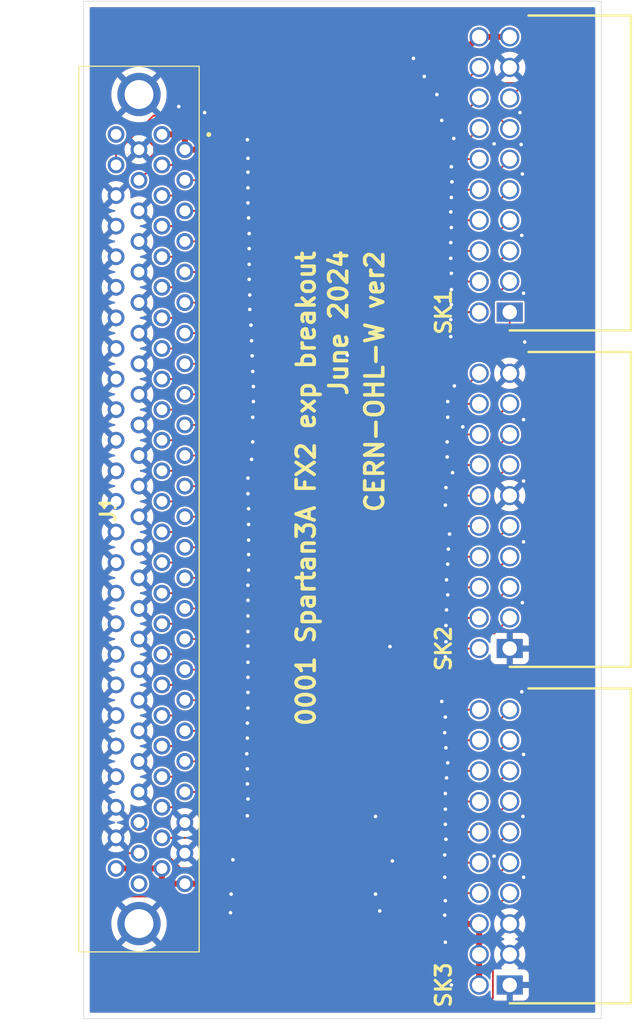
<source format=kicad_pcb>
(kicad_pcb (version 20240108) (generator "pcbnew") (generator_version "8.0")
  (layers (0 "F.Cu" signal) (31 "B.Cu" signal) (37 "F.SilkS" user "F.Silkscreen") (38 "B.Mask" user) (39 "F.Mask" user) (44 "Edge.Cuts" user))
  (net 0 "")
  (net 1 "/VCCO_012")
  (net 2 "/FX2-IO35")
  (net 3 "/FX2-IO20")
  (net 4 "/SWT5V0")
  (net 5 "/SHIELD1")
  (net 6 "/GND")
  (net 7 "/FX2-IO24")
  (net 8 "/FX2-IO18")
  (net 9 "/FX2-IO32")
  (net 10 "/FX2-IO19")
  (net 11 "/FX2-IO14")
  (net 12 "/FX2-IO37")
  (net 13 "/TMS")
  (net 14 "/FX2-IO8")
  (net 15 "/FX2-IO33")
  (net 16 "/FX2-IO17")
  (net 17 "/FX2-IO9")
  (net 18 "/FX2-IO36")
  (net 19 "/FX2-IO22")
  (net 20 "/FX2-IO39")
  (net 21 "/FX2-IO13")
  (net 22 "/FX2-IO23")
  (net 23 "/FX2-IO2")
  (net 24 "/FX2-IO3")
  (net 25 "/FX2-IO15")
  (net 26 "/SHIELD2")
  (net 27 "/TDO-FX2")
  (net 28 "/FX2-CLKIO")
  (net 29 "/FX2-IO5")
  (net 30 "/FX2-IO11")
  (net 31 "/FX2-IO25")
  (net 32 "/FX2-IO6")
  (net 33 "/FX2-IO29")
  (net 34 "/FX2-IO21")
  (net 35 "/FX2-IO4")
  (net 36 "/FX2-IO1")
  (net 37 "/FX2-IO31")
  (net 38 "/JTSEL")
  (net 39 "/FX2-IO28")
  (net 40 "/FX2-IO30")
  (net 41 "/FX2-IO26")
  (net 42 "/FX2-CLKIN")
  (net 43 "/FX2-IO12")
  (net 44 "/FX2-IO40")
  (net 45 "/TCK")
  (net 46 "/FX2-IO16")
  (net 47 "/TDO-PROM")
  (net 48 "/FX2-IO7")
  (net 49 "/FX2-IO34")
  (net 50 "/FX2-CLKOUT")
  (net 51 "/FX2-IO38")
  (net 52 "/FX2-IO10")
  (net 53 "/FX2-IO27")
  (footprint "hdrs-skts:WURTH-613020243121" (layer "F.Cu") (at 152.4 139.7 -90)
    (property "Reference" "SK3")
    (property "Value" "613020243121" (hide yes))
  )
  (footprint "hdrs-skts:WURTH-613020243121" (layer "F.Cu") (at 152.4 111.76 -90)
    (property "Reference" "SK2")
    (property "Value" "613020243121" (hide yes))
  )
  (footprint "hirose:FX2100S127DS71" (layer "F.Cu") (at 123.5 69.06 90)
    (property "Reference" "J1")
    (property "Value" "FX2-100S-1.27DS_71_" (hide yes))
  )
  (footprint "hdrs-skts:WURTH-613020243121" (layer "F.Cu") (at 152.4 83.82 -90)
    (property "Reference" "SK1")
    (property "Value" "613020243121" (hide yes))
  )
  (gr_line (start 127.5 142.5) (end 117 142.5) (stroke (width 0.05)) (layer "Edge.Cuts"))
  (gr_line (start 160 140) (end 160 142.5) (stroke (width 0.05)) (layer "Edge.Cuts"))
  (gr_line (start 117 142.5) (end 117 58) (stroke (width 0.05)) (layer "Edge.Cuts"))
  (gr_line (start 139 142.5) (end 127.5 142.5) (stroke (width 0.05)) (layer "Edge.Cuts"))
  (gr_line (start 117 58) (end 160 58) (stroke (width 0.05)) (layer "Edge.Cuts"))
  (gr_line (start 160 58) (end 160 77.5) (stroke (width 0.05)) (layer "Edge.Cuts"))
  (gr_line (start 160 142.5) (end 139 142.5) (stroke (width 0.05)) (layer "Edge.Cuts"))
  (gr_line (start 160 77.5) (end 160 140) (stroke (width 0.05)) (layer "Edge.Cuts"))
  (gr_text "CERN-OHL-W ver2" (at 142.05 100.6 90) (layer "F.SilkS") (effects (font (size 1.5 1.5) (thickness 0.3) (bold yes)) (justify left bottom)))
  (gr_text "June 2024" (at 139.05 90.9 90) (layer "F.SilkS") (effects (font (size 1.5 1.5) (thickness 0.3) (bold yes)) (justify left bottom)))
  (gr_text "0001 Spartan3A FX2 exp breakout" (at 136.35 118.35 90) (layer "F.SilkS") (effects (font (size 1.5 1.5) (thickness 0.3) (bold yes)) (justify left bottom)))
  (segment (start 149.79 60.96) (end 152.4 60.96) (width 0.5) (layer "F.Cu") (net 1))
  (segment (start 125.405 70.33) (end 135.12 70.33) (width 0.5) (layer "F.Cu") (net 1))
  (segment (start 142.8 67.95) (end 149.79 60.96) (width 0.5) (layer "F.Cu") (net 1))
  (segment (start 125.405 69.06) (end 125.405 70.33) (width 0.5) (layer "F.Cu") (net 1))
  (segment (start 137.5 67.95) (end 142.8 67.95) (width 0.5) (layer "F.Cu") (net 1))
  (segment (start 123.5 69.06) (end 125.405 69.06) (width 0.5) (layer "F.Cu") (net 1))
  (segment (start 135.12 70.33) (end 137.5 67.95) (width 0.5) (layer "F.Cu") (net 1))
  (segment (start 141.99 118.59) (end 146.6 123.2) (width 0.15) (layer "F.Cu") (net 2))
  (segment (start 151.12 123.2) (end 152.4 121.92) (width 0.15) (layer "F.Cu") (net 2))
  (segment (start 146.6 123.2) (end 151.12 123.2) (width 0.15) (layer "F.Cu") (net 2))
  (segment (start 125.405 118.59) (end 141.99 118.59) (width 0.15) (layer "F.Cu") (net 2))
  (segment (start 131.94 99.06) (end 149.86 99.06) (width 0.15) (layer "F.Cu") (net 3))
  (segment (start 131.46 99.54) (end 131.94 99.06) (width 0.15) (layer "F.Cu") (net 3))
  (segment (start 123.5 99.54) (end 131.46 99.54) (width 0.15) (layer "F.Cu") (net 3))
  (segment (start 149.86 137.16) (end 149.86 139.7) (width 0.5) (layer "F.Cu") (net 4))
  (segment (start 123.5 130.02) (end 123.5 131.29) (width 0.5) (layer "F.Cu") (net 4))
  (segment (start 125.405 131.29) (end 141.64 131.29) (width 0.5) (layer "F.Cu") (net 4))
  (segment (start 141.64 131.29) (end 144.97 134.62) (width 0.5) (layer "F.Cu") (net 4))
  (segment (start 123.5 131.29) (end 125.405 131.29) (width 0.5) (layer "F.Cu") (net 4))
  (segment (start 144.97 134.62) (end 149.86 134.62) (width 0.5) (layer "F.Cu") (net 4))
  (segment (start 149.86 134.62) (end 149.86 137.16) (width 0.5) (layer "F.Cu") (net 4))
  (segment (start 119.69 130.02) (end 123.5 130.02) (width 0.5) (layer "F.Cu") (net 4))
  (via (at 142.65 129.4) (size 0.6) (drill 0.3) (layers "F.Cu" "B.Cu") (net 6))
  (via (at 131.1 90) (size 0.6) (drill 0.3) (layers "F.Cu" "B.Cu") (net 6))
  (via (at 130.95 86.2) (size 0.6) (drill 0.3) (layers "F.Cu" "B.Cu") (net 6))
  (via (at 130.75 77.3) (size 0.6) (drill 0.3) (layers "F.Cu" "B.Cu") (net 6))
  (via (at 130.65 116.7) (size 0.6) (drill 0.3) (layers "F.Cu" "B.Cu") (net 6))
  (via (at 131.1 91.25) (size 0.6) (drill 0.3) (layers "F.Cu" "B.Cu") (net 6))
  (via (at 153.55 130.75) (size 0.6) (drill 0.3) (layers "F.Cu" "B.Cu") (net 6))
  (via (at 130.65 98.9) (size 0.6) (drill 0.3) (layers "F.Cu" "B.Cu") (net 6))
  (via (at 130.65 74.75) (size 0.6) (drill 0.3) (layers "F.Cu" "B.Cu") (net 6))
  (via (at 147.25 107.3) (size 0.6) (drill 0.3) (layers "F.Cu" "B.Cu") (net 6))
  (via (at 147.65 97.15) (size 0.6) (drill 0.3) (layers "F.Cu" "B.Cu") (net 6))
  (via (at 130.6 121.75) (size 0.6) (drill 0.3) (layers "F.Cu" "B.Cu") (net 6))
  (via (at 130.9 84.9) (size 0.6) (drill 0.3) (layers "F.Cu" "B.Cu") (net 6))
  (via (at 153.35 69.9) (size 0.6) (drill 0.3) (layers "F.Cu" "B.Cu") (net 6))
  (via (at 153.25 67.25) (size 0.6) (drill 0.3) (layers "F.Cu" "B.Cu") (net 6))
  (via (at 147.05 132.7) (size 0.6) (drill 0.3) (layers "F.Cu" "B.Cu") (net 6))
  (via (at 147.05 126.35) (size 0.6) (drill 0.3) (layers "F.Cu" "B.Cu") (net 6))
  (via (at 131.05 94.6) (size 0.6) (drill 0.3) (layers "F.Cu" "B.Cu") (net 6))
  (via (at 153.5 125.7) (size 0.6) (drill 0.3) (layers "F.Cu" "B.Cu") (net 6))
  (via (at 153.4 77.45) (size 0.6) (drill 0.3) (layers "F.Cu" "B.Cu") (net 6))
  (via (at 129.25 132.15) (size 0.6) (drill 0.3) (layers "F.Cu" "B.Cu") (net 6))
  (via (at 153.55 120.55) (size 0.6) (drill 0.3) (layers "F.Cu" "B.Cu") (net 6))
  (via (at 147.55 71.75) (size 0.6) (drill 0.3) (layers "F.Cu" "B.Cu") (net 6))
  (via (at 153.45 72.35) (size 0.6) (drill 0.3) (layers "F.Cu" "B.Cu") (net 6))
  (via (at 130.95 96.05) (size 0.6) (drill 0.3) (layers "F.Cu" "B.Cu") (net 6))
  (via (at 147.5 78.05) (size 0.6) (drill 0.3) (layers "F.Cu" "B.Cu") (net 6))
  (via (at 130.65 72.2) (size 0.6) (drill 0.3) (layers "F.Cu" "B.Cu") (net 6))
  (via (at 130.75 81.1) (size 0.6) (drill 0.3) (layers "F.Cu" "B.Cu") (net 6))
  (via (at 147.4 102.25) (size 0.6) (drill 0.3) (layers "F.Cu" "B.Cu") (net 6))
  (via (at 129.4 129.3) (size 0.6) (drill 0.3) (layers "F.Cu" "B.Cu") (net 6))
  (via (at 147.1 111.2) (size 0.6) (drill 0.3) (layers "F.Cu" "B.Cu") (net 6))
  (via (at 147.15 122.5) (size 0.6) (drill 0.3) (layers "F.Cu" "B.Cu") (net 6))
  (via (at 130.7 102.75) (size 0.6) (drill 0.3) (layers "F.Cu" "B.Cu") (net 6))
  (via (at 147.1 120) (size 0.6) (drill 0.3) (layers "F.Cu" "B.Cu") (net 6))
  (via (at 147.55 83.2) (size 0.6) (drill 0.3) (layers "F.Cu" "B.Cu") (net 6))
  (via (at 130.65 107.75) (size 0.6) (drill 0.3) (layers "F.Cu" "B.Cu") (net 6))
  (via (at 124.9 66.75) (size 0.6) (drill 0.3) (layers "F.Cu" "B.Cu") (net 6))
  (via (at 153.4 115.35) (size 0.6) (drill 0.3) (layers "F.Cu" "B.Cu") (net 6))
  (via (at 130.6 119.2) (size 0.6) (drill 0.3) (layers "F.Cu" "B.Cu") (net 6))
  (via (at 130.7 103.95) (size 0.6) (drill 0.3) (layers "F.Cu" "B.Cu") (net 6))
  (via (at 151.1 129) (size 0.6) (drill 0.3) (layers "F.Cu" "B.Cu") (net 6))
  (via (at 147.15 106.05) (size 0.6) (drill 0.3) (layers "F.Cu" "B.Cu") (net 6))
  (via (at 147.5 75.5) (size 0.6) (drill 0.3) (layers "F.Cu" "B.Cu") (net 6))
  (via (at 130.65 111.55) (size 0.6) (drill 0.3) (layers "F.Cu" "B.Cu") (net 6))
  (via (at 138.9 87.4) (size 0.6) (drill 0.3) (layers "F.Cu" "B.Cu") (net 6))
  (via (at 147.55 74.3) (size 0.6) (drill 0.3) (layers "F.Cu" "B.Cu") (net 6))
  (via (at 147.75 69.4) (size 0.6) (drill 0.3) (layers "F.Cu" "B.Cu") (net 6))
  (via (at 147.15 108.55) (size 0.6) (drill 0.3) (layers "F.Cu" "B.Cu") (net 6))
  (via (at 130.65 115.4) (size 0.6) (drill 0.3) (layers "F.Cu" "B.Cu") (net 6))
  (via (at 130.8 83.6) (size 0.6) (drill 0.3) (layers "F.Cu" "B.Cu") (net 6))
  (via (at 130.65 112.9) (size 0.6) (drill 0.3) (layers "F.Cu" "B.Cu") (net 6))
  (via (at 129.2 133.7) (size 0.6) (drill 0.3) (layers "F.Cu" "B.Cu") (net 6))
  (via (at 130.6 69.5) (size 0.6) (drill 0.3) (layers "F.Cu" "B.Cu") (net 6))
  (via (at 146.75 116.15) (size 0.6) (drill 0.3) (layers "F.Cu" "B.Cu") (net 6))
  (via (at 147.5 79.35) (size 0.6) (drill 0.3) (layers "F.Cu" "B.Cu") (net 6))
  (via (at 130.75 79.85) (size 0.6) (drill 0.3) (layers "F.Cu" "B.Cu") (net 6))
  (via (at 153.55 102.9) (size 0.6) (drill 0.3) (layers "F.Cu" "B.Cu") (net 6))
  (via (at 153.55 97.85) (size 0.6) (drill 0.3) (layers "F.Cu" "B.Cu") (net 6))
  (via (at 147.25 121.25) (size 0.6) (drill 0.3) (layers "F.Cu" "B.Cu") (net 6))
  (via (at 147.55 139.7) (size 0.6) (drill 0.3) (layers "F.Cu" "B.Cu") (net 6))
  (via (at 148.5 93.35) (size 0.6) (drill 0.3) (layers "F.Cu" "B.Cu") (net 6))
  (via (at 153.55 92.75) (size 0.6) (drill 0.3) (layers "F.Cu" "B.Cu") (net 6))
  (via (at 147.3 103.5) (size 0.6) (drill 0.3) (layers "F.Cu" "B.Cu") (net 6))
  (via (at 130.6 117.95) (size 0.6) (drill 0.3) (layers "F.Cu" "B.Cu") (net 6))
  (via (at 130.65 109.05) (size 0.6) (drill 0.3) (layers "F.Cu" "B.Cu") (net 6))
  (via (at 147.2 95.85) (size 0.6) (drill 0.3) (layers "F.Cu" "B.Cu") (net 6))
  (via (at 127.05 67.25) (size 0.6) (drill 0.3) (layers "F.Cu" "B.Cu") (net 6))
  (via (at 145.3 64.25) (size 0.6) (drill 0.3) (layers "F.Cu" "B.Cu") (net 6))
  (via (at 130.7 100.15) (size 0.6) (drill 0.3) (layers "F.Cu" "B.Cu") (net 6))
  (via (at 151.1 69.85) (size 0.6) (drill 0.3) (layers "F.Cu" "B.Cu") (net 6))
  (via (at 130.65 71.05) (size 0.6) (drill 0.3) (layers "F.Cu" "B.Cu") (net 6))
  (via (at 147.05 123.8) (size 0.6) (drill 0.3) (layers "F.Cu" "B.Cu") (net 6))
  (via (at 147.25 91.25) (size 0.6) (drill 0.3) (layers "F.Cu" "B.Cu") (net 6))
  (via (at 147.1 127.6) (size 0.6) (drill 0.3) (layers "F.Cu" "B.Cu") (net 6))
  (via (at 130.65 124.25) (size 0.6) (drill 0.3) (layers "F.Cu" "B.Cu") (net 6))
  (via (at 147.05 125.1) (size 0.6) (drill 0.3) (layers "F.Cu" "B.Cu") (net 6))
  (via (at 147 130.75) (size 0.6) (drill 0.3) (layers "F.Cu" "B.Cu") (net 6))
  (via (at 146.35 65.75) (size 0.6) (drill 0.3) (layers "F.Cu" "B.Cu") (net 6))
  (via (at 131.05 88.75) (size 0.6) (drill 0.3) (layers "F.Cu" "B.Cu") (net 6))
  (via (at 147.05 136.15) (size 0.6) (drill 0.3) (layers "F.Cu" "B.Cu") (net 6))
  (via (at 141.25 132.15) (size 0.6) (drill 0.3) (layers "F.Cu" "B.Cu") (net 6))
  (via (at 130.8 82.4) (size 0.6) (drill 0.3) (layers "F.Cu" "B.Cu") (net 6))
  (via (at 130.65 106.5) (size 0.6) (drill 0.3) (layers "F.Cu" "B.Cu") (net 6))
  (via (at 130.7 76) (size 0.6) (drill 0.3) (layers "F.Cu" "B.Cu") (net 6))
  (via (at 146.75 67.9) (size 0.6) (drill 0.3) (layers "F.Cu" "B.Cu") (net 6))
  (via (at 144.4 62.75) (size 0.6) (drill 0.3) (layers "F.Cu" "B.Cu") (net 6))
  (via (at 147.25 104.75) (size 0.6) (drill 0.3) (layers "F.Cu" "B.Cu") (net 6))
  (via (at 147.1 109.85) (size 0.6) (drill 0.3) (layers "F.Cu" "B.Cu") (net 6))
  (via (at 131.05 92.55) (size 0.6) (drill 0.3) (layers "F.Cu" "B.Cu") (net 6))
  (via (at 147.1 98.4) (size 0.6) (drill 0.3) (layers "F.Cu" "B.Cu") (net 6))
  (via (at 130.65 114.15) (size 0.6) (drill 0.3) (layers "F.Cu" "B.Cu") (net 6))
  (via (at 147 118.75) (size 0.6) (drill 0.3) (layers "F.Cu" "B.Cu") (net 6))
  (via (at 142.45 111.6) (size 0.6) (drill 0.3) (layers "F.Cu" "B.Cu") (net 6))
  (via (at 147.5 85.85) (size 0.6) (drill 0.3) (layers "F.Cu" "B.Cu") (net 6))
  (via (at 147.05 99.85) (size 0.6) (drill 0.3) (layers "F.Cu" "B.Cu") (net 6))
  (via (at 141.25 125.7) (size 0.6) (drill 0.3) (layers "F.Cu" "B.Cu") (net 6))
  (via (at 147.55 80.6) (size 0.6) (drill 0.3) (layers "F.Cu" "B.Cu") (net 6))
  (via (at 153.55 82.25) (size 0.6) (drill 0.3) (layers "F.Cu" "B.Cu") (net 6))
  (via (at 147 133.9) (size 0.6) (drill 0.3) (layers "F.Cu" "B.Cu") (net 6))
  (via (at 153.45 107.95) (size 0.6) (drill 0.3) (layers "F.Cu" "B.Cu") (net 6))
  (via (at 147.55 81.95) (size 0.6) (drill 0.3) (layers "F.Cu" "B.Cu") (net 6))
  (via (at 147.05 112.45) (size 0.6) (drill 0.3) (layers "F.Cu" "B.Cu") (net 6))
  (via (at 147.5 84.45) (size 0.6) (drill 0.3) (layers "F.Cu" "B.Cu") (net 6))
  (via (at 147.2 94.6) (size 0.6) (drill 0.3) (layers "F.Cu" "B.Cu") (net 6))
  (via (at 130.65 110.35) (size 0.6) (drill 0.3) (layers "F.Cu" "B.Cu") (net 6))
  (via (at 130.75 78.55) (size 0.6) (drill 0.3) (layers "F.Cu" "B.Cu") (net 6))
  (via (at 147.55 76.8) (size 0.6) (drill 0.3) (layers "F.Cu" "B.Cu") (net 6))
  (via (at 130.6 123) (size 0.6) (drill 0.3) (layers "F.Cu" "B.Cu") (net 6))
  (via (at 130.6 125.65) (size 0.6) (drill 0.3) (layers "F.Cu" "B.Cu") (net 6))
  (via (at 141.6 133.55) (size 0.6) (drill 0.3) (layers "F.Cu" "B.Cu") (net 6))
  (via (at 147.8 89.95) (size 0.6) (drill 0.3) (layers "F.Cu" "B.Cu") (net 6))
  (via (at 147.05 117.45) (size 0.6) (drill 0.3) (layers "F.Cu" "B.Cu") (net 6))
  (via (at 147.6 73) (size 0.6) (drill 0.3) (layers "F.Cu" "B.Cu") (net 6))
  (via (at 131 87.45) (size 0.6) (drill 0.3) (layers "F.Cu" "B.Cu") (net 6))
  (via (at 130.7 105.25) (size 0.6) (drill 0.3) (layers "F.Cu" "B.Cu") (net 6))
  (via (at 153.65 86.3) (size 0.6) (drill 0.3) (layers "F.Cu" "B.Cu") (net 6))
  (via (at 130.65 73.5) (size 0.6) (drill 0.3) (layers "F.Cu" "B.Cu") (net 6))
  (via (at 130.65 97.6) (size 0.6) (drill 0.3) (layers "F.Cu" "B.Cu") (net 6))
  (via (at 130.7 101.45) (size 0.6) (drill 0.3) (layers "F.Cu" "B.Cu") (net 6))
  (via (at 130.55 120.5) (size 0.6) (drill 0.3) (layers "F.Cu" "B.Cu") (net 6))
  (via (at 147.25 92.55) (size 0.6) (drill 0.3) (layers "F.Cu" "B.Cu") (net 6))
  (via (at 147 128.9) (size 0.6) (drill 0.3) (layers "F.Cu" "B.Cu") (net 6))
  (segment (start 123.5 104.62) (end 145.92 104.62) (width 0.15) (layer "F.Cu") (net 7))
  (segment (start 146.75 105.45) (end 151.09 105.45) (width 0.15) (layer "F.Cu") (net 7))
  (segment (start 151.09 105.45) (end 152.4 104.14) (width 0.15) (layer "F.Cu") (net 7))
  (segment (start 145.92 104.62) (end 146.75 105.45) (width 0.15) (layer "F.Cu") (net 7))
  (segment (start 147.23 96.52) (end 149.86 96.52) (width 0.15) (layer "F.Cu") (net 8))
  (segment (start 123.5 97) (end 146.75 97) (width 0.15) (layer "F.Cu") (net 8))
  (segment (start 146.75 97) (end 147.23 96.52) (width 0.15) (layer "F.Cu") (net 8))
  (segment (start 123.5 114.78) (end 141.83 114.78) (width 0.15) (layer "F.Cu") (net 9))
  (segment (start 146.43 119.38) (end 149.86 119.38) (width 0.15) (layer "F.Cu") (net 9))
  (segment (start 141.83 114.78) (end 146.43 119.38) (width 0.15) (layer "F.Cu") (net 9))
  (segment (start 131.75 97.8) (end 151.12 97.8) (width 0.15) (layer "F.Cu") (net 10))
  (segment (start 125.405 98.27) (end 131.28 98.27) (width 0.15) (layer "F.Cu") (net 10))
  (segment (start 151.12 97.8) (end 152.4 96.52) (width 0.15) (layer "F.Cu") (net 10))
  (segment (start 131.28 98.27) (end 131.75 97.8) (width 0.15) (layer "F.Cu") (net 10))
  (segment (start 149.86 91.44) (end 148.16 91.44) (width 0.15) (layer "F.Cu") (net 11))
  (segment (start 147.68 91.92) (end 123.5 91.92) (width 0.15) (layer "F.Cu") (net 11))
  (segment (start 148.16 91.44) (end 147.68 91.92) (width 0.15) (layer "F.Cu") (net 11))
  (segment (start 151.11 125.75) (end 152.4 124.46) (width 0.15) (layer "F.Cu") (net 12))
  (segment (start 141.93 121.13) (end 146.55 125.75) (width 0.15) (layer "F.Cu") (net 12))
  (segment (start 146.55 125.75) (end 151.11 125.75) (width 0.15) (layer "F.Cu") (net 12))
  (segment (start 125.405 121.13) (end 141.93 121.13) (width 0.15) (layer "F.Cu") (net 12))
  (segment (start 138.4 68.9) (end 144.46 68.9) (width 0.15) (layer "F.Cu") (net 13))
  (segment (start 144.46 68.9) (end 149.86 63.5) (width 0.15) (layer "F.Cu") (net 13))
  (segment (start 123.5 71.65) (end 123.8 71.95) (width 0.15) (layer "F.Cu") (net 13))
  (segment (start 123.5 71.6) (end 135.7 71.6) (width 0.15) (layer "F.Cu") (net 13))
  (segment (start 135.7 71.6) (end 138.4 68.9) (width 0.15) (layer "F.Cu") (net 13))
  (segment (start 152.4 78.74) (end 151.14 80) (width 0.15) (layer "F.Cu") (net 14))
  (segment (start 151.14 80) (end 140.4 80) (width 0.15) (layer "F.Cu") (net 14))
  (segment (start 140.4 80) (end 136.1 84.3) (width 0.15) (layer "F.Cu") (net 14))
  (segment (start 136.1 84.3) (end 123.5 84.3) (width 0.15) (layer "F.Cu") (net 14))
  (segment (start 151.13 120.65) (end 152.4 119.38) (width 0.15) (layer "F.Cu") (net 15))
  (segment (start 142.05 116.05) (end 146.65 120.65) (width 0.15) (layer "F.Cu") (net 15))
  (segment (start 125.405 116.05) (end 142.05 116.05) (width 0.15) (layer "F.Cu") (net 15))
  (segment (start 146.65 120.65) (end 151.13 120.65) (width 0.15) (layer "F.Cu") (net 15))
  (segment (start 127.37 95.73) (end 127.85 95.25) (width 0.15) (layer "F.Cu") (net 16))
  (segment (start 151.13 95.25) (end 127.85 95.25) (width 0.15) (layer "F.Cu") (net 16))
  (segment (start 125.405 95.73) (end 127.37 95.73) (width 0.15) (layer "F.Cu") (net 16))
  (segment (start 152.4 93.98) (end 151.13 95.25) (width 0.15) (layer "F.Cu") (net 16))
  (segment (start 140.52 81.28) (end 149.86 81.28) (width 0.15) (layer "F.Cu") (net 17))
  (segment (start 125.405 85.57) (end 136.23 85.57) (width 0.15) (layer "F.Cu") (net 17))
  (segment (start 136.23 85.57) (end 140.52 81.28) (width 0.15) (layer "F.Cu") (net 17))
  (segment (start 141.86 119.86) (end 146.46 124.46) (width 0.15) (layer "F.Cu") (net 18))
  (segment (start 123.5 119.86) (end 141.86 119.86) (width 0.15) (layer "F.Cu") (net 18))
  (segment (start 146.46 124.46) (end 149.86 124.46) (width 0.15) (layer "F.Cu") (net 18))
  (segment (start 123.5 102.08) (end 146.23 102.08) (width 0.15) (layer "F.Cu") (net 19))
  (segment (start 147.05 102.9) (end 151.1 102.9) (width 0.15) (layer "F.Cu") (net 19))
  (segment (start 146.23 102.08) (end 147.05 102.9) (width 0.15) (layer "F.Cu") (net 19))
  (segment (start 151.1 102.9) (end 152.4 101.6) (width 0.15) (layer "F.Cu") (net 19))
  (segment (start 151.1 128.3) (end 152.4 127) (width 0.15) (layer "F.Cu") (net 20))
  (segment (start 125.405 123.67) (end 141.82 123.67) (width 0.15) (layer "F.Cu") (net 20))
  (segment (start 141.82 123.67) (end 146.45 128.3) (width 0.15) (layer "F.Cu") (net 20))
  (segment (start 146.45 128.3) (end 151.1 128.3) (width 0.15) (layer "F.Cu") (net 20))
  (segment (start 148.1 90.65) (end 149.85 88.9) (width 0.15) (layer "F.Cu") (net 21))
  (segment (start 125.405 90.65) (end 148.1 90.65) (width 0.15) (layer "F.Cu") (net 21))
  (segment (start 149.85 88.9) (end 149.86 88.9) (width 0.15) (layer "F.Cu") (net 21))
  (segment (start 146.79 104.14) (end 149.86 104.14) (width 0.15) (layer "F.Cu") (net 22))
  (segment (start 146 103.35) (end 146.79 104.14) (width 0.15) (layer "F.Cu") (net 22))
  (segment (start 125.405 103.35) (end 146 103.35) (width 0.15) (layer "F.Cu") (net 22))
  (segment (start 139.9 72.4) (end 151.12 72.4) (width 0.15) (layer "F.Cu") (net 23))
  (segment (start 123.5 76.68) (end 135.62 76.68) (width 0.15) (layer "F.Cu") (net 23))
  (segment (start 151.12 72.4) (end 152.4 71.12) (width 0.15) (layer "F.Cu") (net 23))
  (segment (start 135.62 76.68) (end 139.9 72.4) (width 0.15) (layer "F.Cu") (net 23))
  (segment (start 140.19 73.66) (end 149.86 73.66) (width 0.15) (layer "F.Cu") (net 24))
  (segment (start 135.9 77.95) (end 140.19 73.66) (width 0.15) (layer "F.Cu") (net 24))
  (segment (start 125.405 77.95) (end 135.9 77.95) (width 0.15) (layer "F.Cu") (net 24))
  (segment (start 147.76 93.19) (end 148.25 92.7) (width 0.15) (layer "F.Cu") (net 25))
  (segment (start 125.405 93.19) (end 147.76 93.19) (width 0.15) (layer "F.Cu") (net 25))
  (segment (start 148.25 92.7) (end 151.14 92.7) (width 0.15) (layer "F.Cu") (net 25))
  (segment (start 151.14 92.7) (end 152.4 91.44) (width 0.15) (layer "F.Cu") (net 25))
  (segment (start 123.5 74.14) (end 135.41 74.14) (width 0.15) (layer "F.Cu") (net 27))
  (segment (start 135.41 74.14) (end 139.2 70.35) (width 0.15) (layer "F.Cu") (net 27))
  (segment (start 148.09 70.35) (end 149.86 68.58) (width 0.15) (layer "F.Cu") (net 27))
  (segment (start 139.2 70.35) (end 148.09 70.35) (width 0.15) (layer "F.Cu") (net 27))
  (segment (start 150.45 141.35) (end 151 140.8) (width 0.15) (layer "F.Cu") (net 28))
  (segment (start 149.15 141.35) (end 150.45 141.35) (width 0.15) (layer "F.Cu") (net 28))
  (segment (start 148.3 139.4) (end 148.3 140.5) (width 0.15) (layer "F.Cu") (net 28))
  (segment (start 151 134.6) (end 151 133.8) (width 0.15) (layer "F.Cu") (net 28))
  (segment (start 151 133.8) (end 151.35 133.45) (width 0.15) (layer "F.Cu") (net 28))
  (segment (start 125.25 132.95) (end 141.85 132.95) (width 0.15) (layer "F.Cu") (net 28))
  (segment (start 151 134.6) (end 151 134.4) (width 0.15) (layer "F.Cu") (net 28))
  (segment (start 148.3 140.5) (end 149.15 141.35) (width 0.15) (layer "F.Cu") (net 28))
  (segment (start 120.15 132.35) (end 124.65 132.35) (width 0.15) (layer "F.Cu") (net 28))
  (segment (start 118.5 130.7) (end 120.15 132.35) (width 0.15) (layer "F.Cu") (net 28))
  (segment (start 118.5 129.25) (end 118.5 130.7) (width 0.15) (layer "F.Cu") (net 28))
  (segment (start 119 128.75) (end 118.5 129.25) (width 0.15) (layer "F.Cu") (net 28))
  (segment (start 151 140.8) (end 151 135.85) (width 0.15) (layer "F.Cu") (net 28))
  (segment (start 121.595 128.75) (end 119 128.75) (width 0.15) (layer "F.Cu") (net 28))
  (segment (start 124.65 132.35) (end 125.25 132.95) (width 0.15) (layer "F.Cu") (net 28))
  (segment (start 151.35 133.45) (end 151.35 133.13) (width 0.15) (layer "F.Cu") (net 28))
  (segment (start 141.85 132.95) (end 148.3 139.4) (width 0.15) (layer "F.Cu") (net 28))
  (segment (start 151.35 133.13) (end 152.4 132.08) (width 0.15) (layer "F.Cu") (net 28))
  (segment (start 151 135.85) (end 151 134.6) (width 0.15) (layer "F.Cu") (net 28))
  (segment (start 135.96 80.49) (end 140.25 76.2) (width 0.15) (layer "F.Cu") (net 29))
  (segment (start 125.405 80.49) (end 135.96 80.49) (width 0.15) (layer "F.Cu") (net 29))
  (segment (start 140.25 76.2) (end 149.86 76.2) (width 0.15) (layer "F.Cu") (net 29))
  (segment (start 140.53 83.82) (end 149.86 83.82) (width 0.15) (layer "F.Cu") (net 30))
  (segment (start 125.405 88.11) (end 136.24 88.11) (width 0.15) (layer "F.Cu") (net 30))
  (segment (start 136.24 88.11) (end 140.53 83.82) (width 0.15) (layer "F.Cu") (net 30))
  (segment (start 145.74 105.89) (end 146.53 106.68) (width 0.15) (layer "F.Cu") (net 31))
  (segment (start 125.405 105.89) (end 145.74 105.89) (width 0.15) (layer "F.Cu") (net 31))
  (segment (start 146.53 106.68) (end 149.86 106.68) (width 0.15) (layer "F.Cu") (net 31))
  (segment (start 151.15 77.45) (end 152.4 76.2) (width 0.15) (layer "F.Cu") (net 32))
  (segment (start 135.94 81.76) (end 140.25 77.45) (width 0.15) (layer "F.Cu") (net 32))
  (segment (start 123.5 81.76) (end 135.94 81.76) (width 0.15) (layer "F.Cu") (net 32))
  (segment (start 140.25 77.45) (end 151.15 77.45) (width 0.15) (layer "F.Cu") (net 32))
  (segment (start 125.405 110.97) (end 145.02 110.97) (width 0.15) (layer "F.Cu") (net 33))
  (segment (start 145.81 111.76) (end 149.86 111.76) (width 0.15) (layer "F.Cu") (net 33))
  (segment (start 145.02 110.97) (end 145.81 111.76) (width 0.15) (layer "F.Cu") (net 33))
  (segment (start 125.405 100.81) (end 146.46 100.81) (width 0.15) (layer "F.Cu") (net 34))
  (segment (start 146.46 100.81) (end 147.25 101.6) (width 0.15) (layer "F.Cu") (net 34))
  (segment (start 147.25 101.6) (end 149.86 101.6) (width 0.15) (layer "F.Cu") (net 34))
  (segment (start 123.5 79.22) (end 135.93 79.22) (width 0.15) (layer "F.Cu") (net 35))
  (segment (start 135.93 79.22) (end 140.2 74.95) (width 0.15) (layer "F.Cu") (net 35))
  (segment (start 140.2 74.95) (end 151.11 74.95) (width 0.15) (layer "F.Cu") (net 35))
  (segment (start 151.11 74.95) (end 152.4 73.66) (width 0.15) (layer "F.Cu") (net 35))
  (segment (start 135.39 75.41) (end 139.68 71.12) (width 0.15) (layer "F.Cu") (net 36))
  (segment (start 139.68 71.12) (end 149.86 71.12) (width 0.15) (layer "F.Cu") (net 36))
  (segment (start 125.405 75.41) (end 135.39 75.41) (width 0.15) (layer "F.Cu") (net 36))
  (segment (start 146.4 118.1) (end 151.14 118.1) (width 0.15) (layer "F.Cu") (net 37))
  (segment (start 141.81 113.51) (end 146.4 118.1) (width 0.15) (layer "F.Cu") (net 37))
  (segment (start 125.405 113.51) (end 141.81 113.51) (width 0.15) (layer "F.Cu") (net 37))
  (segment (start 151.14 118.1) (end 152.4 116.84) (width 0.15) (layer "F.Cu") (net 37))
  (segment (start 135.43 72.87) (end 138.75 69.55) (width 0.15) (layer "F.Cu") (net 38))
  (segment (start 125.405 72.87) (end 135.43 72.87) (width 0.15) (layer "F.Cu") (net 38))
  (segment (start 146.35 69.55) (end 149.86 66.04) (width 0.15) (layer "F.Cu") (net 38))
  (segment (start 138.75 69.55) (end 146.35 69.55) (width 0.15) (layer "F.Cu") (net 38))
  (segment (start 145.4 109.7) (end 146.2 110.5) (width 0.15) (layer "F.Cu") (net 39))
  (segment (start 146.2 110.5) (end 151.12 110.5) (width 0.15) (layer "F.Cu") (net 39))
  (segment (start 151.12 110.5) (end 152.4 109.22) (width 0.15) (layer "F.Cu") (net 39))
  (segment (start 123.5 109.7) (end 145.4 109.7) (width 0.15) (layer "F.Cu") (net 39))
  (segment (start 123.5 112.24) (end 141.84 112.24) (width 0.15) (layer "F.Cu") (net 40))
  (segment (start 146.44 116.84) (end 149.86 116.84) (width 0.15) (layer "F.Cu") (net 40))
  (segment (start 141.84 112.24) (end 146.44 116.84) (width 0.15) (layer "F.Cu") (net 40))
  (segment (start 123.5 107.16) (end 145.61 107.16) (width 0.15) (layer "F.Cu") (net 41))
  (segment (start 151.13 107.95) (end 152.4 106.68) (width 0.15) (layer "F.Cu") (net 41))
  (segment (start 145.61 107.16) (end 146.4 107.95) (width 0.15) (layer "F.Cu") (net 41))
  (segment (start 146.4 107.95) (end 151.13 107.95) (width 0.15) (layer "F.Cu") (net 41))
  (segment (start 126.315 130.565) (end 125.75 130) (width 0.15) (layer "F.Cu") (net 42))
  (segment (start 123.75 128.7) (end 123.15 128.7) (width 0.15) (layer "F.Cu") (net 42))
  (segment (start 142.215 130.565) (end 126.315 130.565) (width 0.15) (layer "F.Cu") (net 42))
  (segment (start 125.75 130) (end 125.05 130) (width 0.15) (layer "F.Cu") (net 42))
  (segment (start 152.4 129.54) (end 151 130.94) (width 0.15) (layer "F.Cu") (net 42))
  (segment (start 151 130.94) (end 151 132.8) (width 0.15) (layer "F.Cu") (net 42))
  (segment (start 125.05 130) (end 123.75 128.7) (width 0.15) (layer "F.Cu") (net 42))
  (segment (start 122.35 126.965) (end 121.595 126.21) (width 0.15) (layer "F.Cu") (net 42))
  (segment (start 123.15 128.7) (end 122.35 127.9) (width 0.15) (layer "F.Cu") (net 42))
  (segment (start 122.35 127.9) (end 122.35 126.965) (width 0.15) (layer "F.Cu") (net 42))
  (segment (start 150.45 133.35) (end 145 133.35) (width 0.15) (layer "F.Cu") (net 42))
  (segment (start 151 132.8) (end 150.45 133.35) (width 0.15) (layer "F.Cu") (net 42))
  (segment (start 145 133.35) (end 142.215 130.565) (width 0.15) (layer "F.Cu") (net 42))
  (segment (start 152.2 85.15) (end 140.1 85.15) (width 0.15) (layer "F.Cu") (net 43))
  (segment (start 152.4 84.95) (end 152.2 85.15) (width 0.15) (layer "F.Cu") (net 43))
  (segment (start 140.1 85.15) (end 135.87 89.38) (width 0.15) (layer "F.Cu") (net 43))
  (segment (start 152.4 83.82) (end 152.4 84.95) (width 0.15) (layer "F.Cu") (net 43))
  (segment (start 135.87 89.38) (end 123.5 89.38) (width 0.15) (layer "F.Cu") (net 43))
  (segment (start 123.5 124.94) (end 141.54 124.94) (width 0.15) (layer "F.Cu") (net 44))
  (segment (start 141.54 124.94) (end 146.14 129.54) (width 0.15) (layer "F.Cu") (net 44))
  (segment (start 146.14 129.54) (end 149.86 129.54) (width 0.15) (layer "F.Cu") (net 44))
  (segment (start 122.3 69.5) (end 122.85 70.05) (width 0.15) (layer "F.Cu") (net 45))
  (segment (start 153.95 60.35) (end 153.15 59.55) (width 0.15) (layer "F.Cu") (net 45))
  (segment (start 122.3 68.5) (end 122.3 69.5) (width 0.15) (layer "F.Cu") (net 45))
  (segment (start 153.15 59.55) (end 149.1 59.55) (width 0.15) (layer "F.Cu") (net 45))
  (segment (start 151.7 64.8) (end 153.1 64.8) (width 0.15) (layer "F.Cu") (net 45))
  (segment (start 151.15 67.33) (end 151.15 65.35) (width 0.15) (layer "F.Cu") (net 45))
  (segment (start 153.95 63.95) (end 153.95 60.35) (width 0.15) (layer "F.Cu") (net 45))
  (segment (start 122.3 72.165) (end 121.595 72.87) (width 0.15) (layer "F.Cu") (net 45))
  (segment (start 122.85 70.05) (end 122.85 70.65) (width 0.15) (layer "F.Cu") (net 45))
  (segment (start 122.95 67.85) (end 122.3 68.5) (width 0.15) (layer "F.Cu") (net 45))
  (segment (start 122.3 71.2) (end 122.3 72.165) (width 0.15) (layer "F.Cu") (net 45))
  (segment (start 142.2 66.45) (end 126.7 66.45) (width 0.15) (layer "F.Cu") (net 45))
  (segment (start 151.15 65.35) (end 151.7 64.8) (width 0.15) (layer "F.Cu") (net 45))
  (segment (start 149.1 59.55) (end 142.2 66.45) (width 0.15) (layer "F.Cu") (net 45))
  (segment (start 153.1 64.8) (end 153.95 63.95) (width 0.15) (layer "F.Cu") (net 45))
  (segment (start 126.7 66.45) (end 125.3 67.85) (width 0.15) (layer "F.Cu") (net 45))
  (segment (start 125.3 67.85) (end 122.95 67.85) (width 0.15) (layer "F.Cu") (net 45))
  (segment (start 152.4 68.58) (end 151.15 67.33) (width 0.15) (layer "F.Cu") (net 45))
  (segment (start 122.85 70.65) (end 122.3 71.2) (width 0.15) (layer "F.Cu") (net 45))
  (segment (start 126.64 94.46) (end 123.5 94.46) (width 0.15) (layer "F.Cu") (net 46))
  (segment (start 149.86 93.98) (end 127.12 93.98) (width 0.15) (layer "F.Cu") (net 46))
  (segment (start 127.12 93.98) (end 126.64 94.46) (width 0.15) (layer "F.Cu") (net 46))
  (segment (start 153.3 59.2) (end 154.3 60.2) (width 0.15) (layer "F.Cu") (net 47))
  (segment (start 154.3 60.2) (end 154.3 64.14) (width 0.15) (layer "F.Cu") (net 47))
  (segment (start 122.8 67.5) (end 125.1 67.5) (width 0.15) (layer "F.Cu") (net 47))
  (segment (start 142.05 66.1) (end 148.95 59.2) (width 0.15) (layer "F.Cu") (net 47))
  (segment (start 119.69 70.61) (end 122.8 67.5) (width 0.15) (layer "F.Cu") (net 47))
  (segment (start 125.1 67.5) (end 126.5 66.1) (width 0.15) (layer "F.Cu") (net 47))
  (segment (start 126.5 66.1) (end 142.05 66.1) (width 0.15) (layer "F.Cu") (net 47))
  (segment (start 148.95 59.2) (end 153.3 59.2) (width 0.15) (layer "F.Cu") (net 47))
  (segment (start 154.3 64.14) (end 152.4 66.04) (width 0.15) (layer "F.Cu") (net 47))
  (segment (start 119.69 71.6) (end 119.69 70.61) (width 0.15) (layer "F.Cu") (net 47))
  (segment (start 125.405 83.03) (end 136.02 83.03) (width 0.15) (layer "F.Cu") (net 48))
  (segment (start 140.31 78.74) (end 149.86 78.74) (width 0.15) (layer "F.Cu") (net 48))
  (segment (start 136.02 83.03) (end 140.31 78.74) (width 0.15) (layer "F.Cu") (net 48))
  (segment (start 123.5 117.32) (end 142.02 117.32) (width 0.15) (layer "F.Cu") (net 49))
  (segment (start 142.02 117.32) (end 146.62 121.92) (width 0.15) (layer "F.Cu") (net 49))
  (segment (start 146.62 121.92) (end 149.86 121.92) (width 0.15) (layer "F.Cu") (net 49))
  (segment (start 129.1 130) (end 142.8 130) (width 0.15) (layer "F.Cu") (net 50))
  (segment (start 123.5 127.48) (end 126.58 127.48) (width 0.15) (layer "F.Cu") (net 50))
  (segment (start 126.58 127.48) (end 129.1 130) (width 0.15) (layer "F.Cu") (net 50))
  (segment (start 144.88 132.08) (end 149.86 132.08) (width 0.15) (layer "F.Cu") (net 50))
  (segment (start 142.8 130) (end 144.88 132.08) (width 0.15) (layer "F.Cu") (net 50))
  (segment (start 141.85 122.4) (end 146.45 127) (width 0.15) (layer "F.Cu") (net 51))
  (segment (start 146.45 127) (end 149.86 127) (width 0.15) (layer "F.Cu") (net 51))
  (segment (start 123.5 122.4) (end 141.85 122.4) (width 0.15) (layer "F.Cu") (net 51))
  (segment (start 136.06 86.84) (end 123.5 86.84) (width 0.15) (layer "F.Cu") (net 52))
  (segment (start 140.35 82.55) (end 136.06 86.84) (width 0.15) (layer "F.Cu") (net 52))
  (segment (start 151.13 82.55) (end 140.35 82.55) (width 0.15) (layer "F.Cu") (net 52))
  (segment (start 152.4 81.28) (end 151.13 82.55) (width 0.15) (layer "F.Cu") (net 52))
  (segment (start 125.405 108.43) (end 145.43 108.43) (width 0.15) (layer "F.Cu") (net 53))
  (segment (start 145.43 108.43) (end 146.22 109.22) (width 0.15) (layer "F.Cu") (net 53))
  (segment (start 146.22 109.22) (end 149.86 109.22) (width 0.15) (layer "F.Cu") (net 53))
  (zone (net 6) (net_name "/GND") (layers "F&B.Cu") (name "GND_flood") (connect_pads thru_hole_only (clearance 0.15)) (min_thickness 0.15) (fill yes (thermal_gap 0.5) (thermal_bridge_width 0.5) (island_removal_mode 2) (island_area_min 1))
    (polygon (pts (xy 116.9 57.9) (xy 160.3 57.9) (xy 160.3 142.95) (xy 116.45 142.95) (xy 116 142.5) (xy 116 58.8)))
  )
)
</source>
